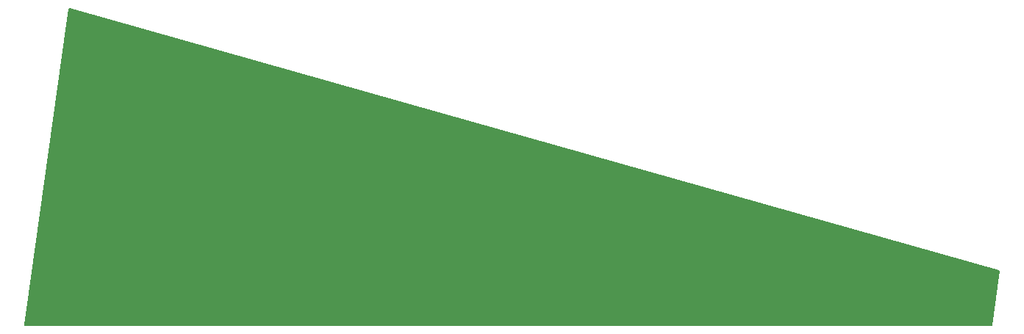
<source format=gbr>
%TF.GenerationSoftware,KiCad,Pcbnew,(6.0.6)*%
%TF.CreationDate,2022-09-18T10:39:24-04:00*%
%TF.ProjectId,tier1,74696572-312e-46b6-9963-61645f706362,rev?*%
%TF.SameCoordinates,Original*%
%TF.FileFunction,Copper,L2,Bot*%
%TF.FilePolarity,Positive*%
%FSLAX46Y46*%
G04 Gerber Fmt 4.6, Leading zero omitted, Abs format (unit mm)*
G04 Created by KiCad (PCBNEW (6.0.6)) date 2022-09-18 10:39:24*
%MOMM*%
%LPD*%
G01*
G04 APERTURE LIST*
G04 APERTURE END LIST*
%TA.AperFunction,NonConductor*%
G36*
X137893440Y-87300118D02*
G01*
X202363239Y-105480932D01*
X202423373Y-105518672D01*
X202453558Y-105582933D01*
X202453852Y-105619464D01*
X201591030Y-111857974D01*
X201561884Y-111922712D01*
X201502364Y-111961416D01*
X201466218Y-111966712D01*
X90262366Y-111966712D01*
X90194245Y-111946710D01*
X90147752Y-111893054D01*
X90137554Y-111823450D01*
X95174826Y-75402099D01*
X95203972Y-75337361D01*
X95263491Y-75298657D01*
X95333836Y-75298091D01*
X137893440Y-87300118D01*
G37*
%TD.AperFunction*%
M02*

</source>
